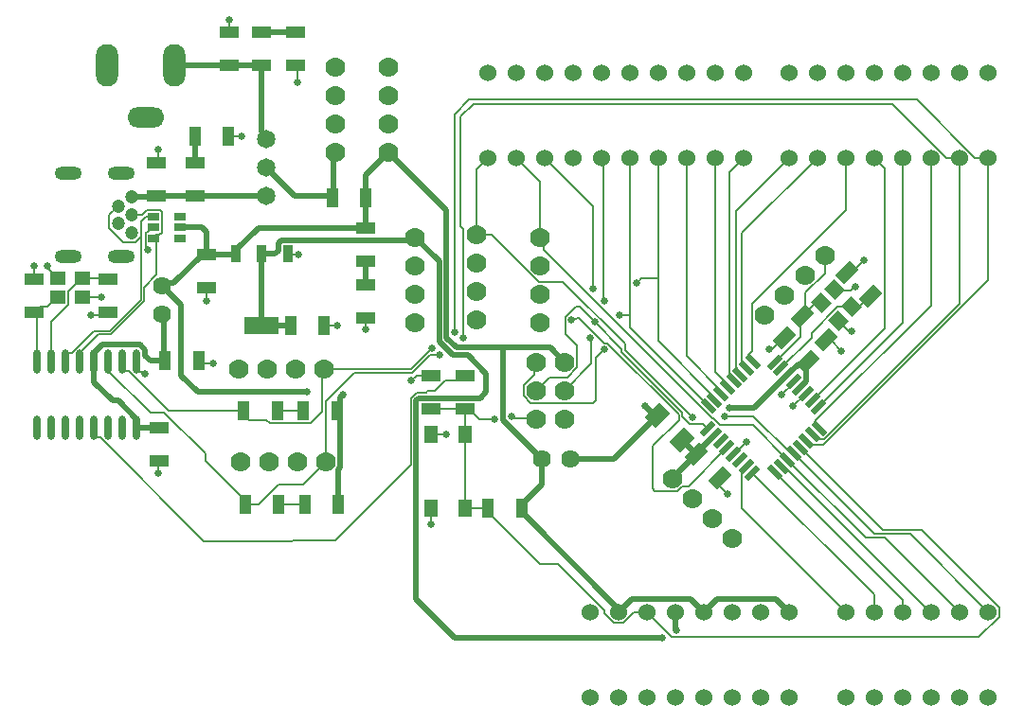
<source format=gtl>
G04*
G04 #@! TF.GenerationSoftware,Altium Limited,Altium Designer,21.1.1 (26)*
G04*
G04 Layer_Physical_Order=1*
G04 Layer_Color=255*
%FSLAX25Y25*%
%MOIN*%
G70*
G04*
G04 #@! TF.SameCoordinates,7D5D5EFA-C770-4444-A878-D417F12E0F6E*
G04*
G04*
G04 #@! TF.FilePolarity,Positive*
G04*
G01*
G75*
%ADD10C,0.00600*%
%ADD11C,0.02000*%
%ADD22R,0.07100X0.04400*%
%ADD23R,0.04724X0.05906*%
%ADD24R,0.04400X0.07100*%
G04:AMPARAMS|DCode=25|XSize=54mil|YSize=73mil|CornerRadius=0mil|HoleSize=0mil|Usage=FLASHONLY|Rotation=135.000|XOffset=0mil|YOffset=0mil|HoleType=Round|Shape=Rectangle|*
%AMROTATEDRECTD25*
4,1,4,0.04490,0.00672,-0.00672,-0.04490,-0.04490,-0.00672,0.00672,0.04490,0.04490,0.00672,0.0*
%
%ADD25ROTATEDRECTD25*%

G04:AMPARAMS|DCode=26|XSize=44mil|YSize=71mil|CornerRadius=0mil|HoleSize=0mil|Usage=FLASHONLY|Rotation=135.000|XOffset=0mil|YOffset=0mil|HoleType=Round|Shape=Rectangle|*
%AMROTATEDRECTD26*
4,1,4,0.04066,0.00955,-0.00955,-0.04066,-0.04066,-0.00955,0.00955,0.04066,0.04066,0.00955,0.0*
%
%ADD26ROTATEDRECTD26*%

G04:AMPARAMS|DCode=27|XSize=47.24mil|YSize=55.11mil|CornerRadius=0mil|HoleSize=0mil|Usage=FLASHONLY|Rotation=225.000|XOffset=0mil|YOffset=0mil|HoleType=Round|Shape=Rectangle|*
%AMROTATEDRECTD27*
4,1,4,-0.00278,0.03619,0.03619,-0.00278,0.00278,-0.03619,-0.03619,0.00278,-0.00278,0.03619,0.0*
%
%ADD27ROTATEDRECTD27*%

%ADD28R,0.03937X0.02756*%
%ADD29R,0.03300X0.06300*%
%ADD30R,0.12200X0.06300*%
%ADD31O,0.02400X0.08661*%
%ADD32R,0.05511X0.04724*%
G04:AMPARAMS|DCode=33|XSize=20mil|YSize=61.02mil|CornerRadius=0mil|HoleSize=0mil|Usage=FLASHONLY|Rotation=135.000|XOffset=0mil|YOffset=0mil|HoleType=Round|Shape=Rectangle|*
%AMROTATEDRECTD33*
4,1,4,0.02865,0.01450,-0.01450,-0.02865,-0.02865,-0.01450,0.01450,0.02865,0.02865,0.01450,0.0*
%
%ADD33ROTATEDRECTD33*%

G04:AMPARAMS|DCode=34|XSize=20mil|YSize=61.02mil|CornerRadius=0mil|HoleSize=0mil|Usage=FLASHONLY|Rotation=45.000|XOffset=0mil|YOffset=0mil|HoleType=Round|Shape=Rectangle|*
%AMROTATEDRECTD34*
4,1,4,0.01450,-0.02865,-0.02865,0.01450,-0.01450,0.02865,0.02865,-0.01450,0.01450,-0.02865,0.0*
%
%ADD34ROTATEDRECTD34*%

%ADD57C,0.07000*%
%ADD58C,0.06378*%
%ADD59C,0.06496*%
%ADD60O,0.12992X0.07087*%
%ADD61O,0.07874X0.14961*%
%ADD62C,0.06000*%
%ADD63O,0.09449X0.04724*%
%ADD64C,0.04724*%
%ADD65C,0.02500*%
D10*
X65800Y125000D02*
X70000D01*
X64800Y126000D02*
X65800Y125000D01*
X278283Y142627D02*
X281992Y146336D01*
X277328Y141672D02*
X278283Y142627D01*
X281992Y146336D02*
X283710D01*
X92400Y108500D02*
X101600D01*
X80600Y107150D02*
X82500Y105250D01*
X88627D01*
X80600Y107150D02*
Y108500D01*
X88627Y105250D02*
X89827Y104050D01*
X46582Y171538D02*
X46870D01*
X46055Y171011D02*
X46582Y171538D01*
X46055Y166459D02*
Y171011D01*
X48333Y173000D02*
X48923D01*
X46870Y171538D02*
X48333Y173000D01*
X46055Y166459D02*
X47000Y165514D01*
Y165000D02*
Y165514D01*
X45588Y151870D02*
X50000Y156283D01*
X48923Y169260D02*
X50000Y168183D01*
Y156283D02*
Y168183D01*
X248015Y81985D02*
Y84672D01*
Y81985D02*
X251000Y79000D01*
X248015Y84672D02*
X248172Y84828D01*
X158000Y134000D02*
Y172507D01*
X157000Y212000D02*
X161500Y216500D01*
X157000Y173507D02*
X158000Y172507D01*
X157000Y173507D02*
Y212000D01*
X154850Y212850D02*
X160000Y218000D01*
X154850Y136000D02*
Y212850D01*
X75500Y241900D02*
Y246000D01*
X45486Y121500D02*
X46000D01*
X43000Y123056D02*
Y125700D01*
Y123056D02*
X43832Y122225D01*
X44761D01*
X45486Y121500D01*
X109000Y138500D02*
X113500D01*
X123500Y137000D02*
Y141100D01*
X96100Y163600D02*
X96200Y163500D01*
X100000D01*
X75300Y205000D02*
X80000D01*
X24000Y148500D02*
X30500D01*
X27000Y142000D02*
X31900D01*
X33000Y143100D01*
X67500Y147000D02*
Y151700D01*
X146602Y100000D02*
X152000D01*
X146595Y99992D02*
X146602Y100000D01*
X139500Y119000D02*
X141400Y120900D01*
X146500D01*
X253176Y93176D02*
X257500Y97500D01*
X252939Y93176D02*
X253176D01*
X274000Y110000D02*
X278369Y114369D01*
X278516D01*
X274000Y110000D02*
X274000D01*
X274061Y118061D02*
Y118824D01*
X270000Y114000D02*
X274061Y118061D01*
X267020Y130364D02*
X270828Y134172D01*
X270828D01*
X265863Y130364D02*
X267020D01*
X265500Y130000D02*
X265863Y130364D01*
X285672Y133328D02*
X287172D01*
X291000Y129500D01*
X289835Y140211D02*
X293182Y136864D01*
X294137D01*
X294500Y136500D01*
X289835Y140211D02*
X289835D01*
X294672Y157172D02*
X299000Y161500D01*
X292828Y157172D02*
X294672D01*
X288721Y150789D02*
X294275D01*
X288443Y151068D02*
X288721Y150789D01*
X294275D02*
X295486Y152000D01*
X296000D01*
X146500Y68500D02*
Y73913D01*
X146595Y74008D01*
X50500Y86500D02*
Y90200D01*
X51000Y90700D01*
X7000Y154900D02*
Y159500D01*
X11500D02*
X11863Y159136D01*
X14945Y155193D02*
X15339D01*
X11863Y158274D02*
X14945Y155193D01*
X11863Y158274D02*
Y159136D01*
X50000Y195900D02*
X50500Y196400D01*
Y200500D01*
X99500Y224000D02*
Y229600D01*
X99000Y230100D02*
X99500Y229600D01*
X108300Y108177D02*
Y122300D01*
X89827Y104050D02*
X104173D01*
X108300Y108177D01*
Y122300D02*
X109000Y123000D01*
X119677Y121800D02*
X139997D01*
X109500Y111623D02*
X119677Y121800D01*
X109500Y90500D02*
Y111623D01*
X54100Y108500D02*
X80600D01*
X40100Y122500D02*
X54100Y108500D01*
X47726Y107843D02*
X52680D01*
X67061Y93461D01*
Y90889D02*
Y93461D01*
X204152Y139652D02*
X213668Y130135D01*
X198848Y144954D02*
X204152Y139652D01*
X206500Y197500D02*
X207137Y196863D01*
Y147363D02*
Y196863D01*
X186500Y197500D02*
X203500Y180500D01*
Y151500D02*
Y180500D01*
X207137Y147363D02*
X207500Y147000D01*
X192944Y153900D02*
X214868Y131975D01*
Y129632D02*
Y131975D01*
X184378Y153900D02*
X192944D01*
X202648Y134000D02*
X203000Y133649D01*
X202500Y134000D02*
X202648D01*
X203000Y125000D02*
Y133649D01*
X207390Y132150D02*
X208612D01*
X196000Y140500D02*
X196363Y140864D01*
X197623D01*
X197850Y141091D01*
X224500Y96000D02*
X233752Y105252D01*
X197850Y141091D02*
X198450D01*
X207390Y132150D01*
X208612D02*
X233752Y107011D01*
Y105252D02*
Y107011D01*
X193500Y115500D02*
X203000Y125000D01*
X186225Y165235D02*
Y168275D01*
X248353Y103350D02*
X259776D01*
X245853Y105851D02*
X248353Y103350D01*
X245609Y105851D02*
X245853D01*
X186225Y165235D02*
X245609Y105851D01*
X185000Y169500D02*
X186225Y168275D01*
X193850Y135559D02*
X197900Y131509D01*
X193850Y141391D02*
X197414Y144954D01*
X193850Y135559D02*
Y141391D01*
X197414Y144954D02*
X198848D01*
X197900Y123678D02*
Y131509D01*
X194424Y120201D02*
X197900Y123678D01*
X183098Y105902D02*
X183500Y105500D01*
X175129Y105902D02*
X183098D01*
X174765Y106265D02*
X175129Y105902D01*
X163450Y105500D02*
X169000D01*
X226500Y155000D02*
Y197500D01*
Y133090D02*
Y155000D01*
X219000Y153500D02*
X219040D01*
X220540Y155000D01*
X226500D01*
X216500Y142000D02*
Y197500D01*
X224500Y81000D02*
Y96000D01*
X213000Y142000D02*
X216500D01*
X213668Y129135D02*
Y130135D01*
X214868Y129632D02*
X238500Y106000D01*
X213668Y129135D02*
X234951Y107852D01*
X185000Y169500D02*
Y189000D01*
X272005Y91121D02*
X272005D01*
X259776Y103350D02*
X272005Y91121D01*
X272005D02*
X272005D01*
X204500Y112000D02*
Y127000D01*
X207500Y130000D01*
X203600Y111100D02*
X204500Y112000D01*
X216500Y137716D02*
Y142000D01*
X226500Y133090D02*
X246358Y113233D01*
X181677Y111100D02*
X203600D01*
X179100Y113678D02*
X181677Y111100D01*
X179100Y113678D02*
Y117323D01*
X182878Y121100D02*
Y124878D01*
X179100Y117323D02*
X182878Y121100D01*
Y124878D02*
X183500Y125500D01*
X188201Y120201D02*
X194424D01*
X183500Y115500D02*
X188201Y120201D01*
X234951Y106508D02*
Y107852D01*
Y106508D02*
X237614Y103845D01*
X242270D01*
X244029Y102086D02*
X244029D01*
X242270Y103845D02*
X244029Y102086D01*
X139997Y121800D02*
X146197Y128000D01*
X149500D01*
X139500Y123000D02*
X147000Y130500D01*
X109000Y123000D02*
X139500D01*
X161500Y216500D02*
X309015D01*
X328015Y197500D01*
X332500D01*
X317515Y218000D02*
X338015Y197500D01*
X160000Y218000D02*
X317515D01*
X97500Y62500D02*
X97750Y62750D01*
X112750D01*
X30100Y99099D02*
X66699Y62500D01*
X97500D01*
X139450Y89450D02*
Y112750D01*
X112750Y62750D02*
X139450Y89450D01*
X144800Y114800D02*
X145336Y115336D01*
X141500Y114800D02*
X144800D01*
X139450Y112750D02*
X141500Y114800D01*
X145336Y115336D02*
X147959D01*
X151623Y119000D02*
X156600D01*
X147959Y115336D02*
X151623Y119000D01*
X338015Y197500D02*
X342500D01*
X159850Y109100D02*
X163450Y105500D01*
X158500Y109100D02*
X159850D01*
X281993Y96266D02*
X284435D01*
X342500Y154331D02*
Y197500D01*
X284930Y98458D02*
X332500Y146028D01*
X284185Y98458D02*
X284930D01*
X284062Y98580D02*
X284185Y98458D01*
X282365Y98580D02*
X284062D01*
X332500Y146028D02*
Y197500D01*
X280915Y100030D02*
X282365Y98580D01*
X284435Y96266D02*
X342500Y154331D01*
X281657Y104663D02*
X322500Y145506D01*
Y197500D01*
X282970Y109914D02*
X312500Y139444D01*
Y197500D01*
X282970Y109914D02*
Y109914D01*
X280779Y112106D02*
Y112106D01*
X306138Y137466D02*
Y193862D01*
X280779Y112106D02*
X306138Y137466D01*
X281941Y96317D02*
X281993Y96266D01*
X280102Y96317D02*
X281941D01*
X278652Y97768D02*
X280102Y96317D01*
X231150Y28850D02*
X339365D01*
X222500Y37500D02*
X231150Y28850D01*
X339365D02*
X346400Y35885D01*
X38000Y123331D02*
X38831Y122500D01*
X38000Y123331D02*
Y125700D01*
X38831Y122500D02*
X40100D01*
X33000Y122569D02*
X47726Y107843D01*
X85877Y75500D02*
X92765Y82388D01*
X81100Y75500D02*
X85877D01*
X92765Y82388D02*
X101388D01*
X109500Y90500D01*
X92900Y75500D02*
X102100D01*
X33000Y122569D02*
Y125700D01*
X81100Y75500D02*
Y76850D01*
X67061Y90889D02*
X81100Y76850D01*
X158405Y74008D02*
X166592D01*
Y72658D02*
Y74008D01*
Y72658D02*
X184867Y54383D01*
X191133D01*
X207500Y38015D01*
Y36985D02*
Y38015D01*
Y36985D02*
X210885Y33600D01*
X214115D01*
X218015Y37500D01*
X222500D01*
X146500Y109100D02*
X158500D01*
X156600Y119000D02*
X158500Y120900D01*
X225815Y106513D02*
X226151Y106849D01*
X250000Y106500D02*
X260020D01*
X273207Y93313D01*
X346400Y35885D02*
Y39115D01*
X319143Y66373D02*
X346400Y39115D01*
X305663Y66373D02*
X319143D01*
X276460Y95575D02*
X305663Y66373D01*
X276460Y95575D02*
X276460D01*
X255821Y74179D02*
X292500Y37500D01*
X306250Y63750D02*
X332500Y37500D01*
X299376Y63750D02*
X306250D01*
X302560Y64950D02*
X315050D01*
X342500Y37500D01*
X272005Y91121D02*
X299376Y63750D01*
X274197Y93313D02*
X302560Y64950D01*
X225329Y80171D02*
X233252D01*
X224500Y81000D02*
X225329Y80171D01*
X234980Y81900D02*
X237137D01*
X250676Y95439D01*
X250676D01*
X233252Y80171D02*
X234980Y81900D01*
X273207Y93313D02*
X274197D01*
X216500Y137716D02*
X244166Y110051D01*
Y110051D02*
Y110051D01*
X162500Y170500D02*
X167778D01*
X184378Y153900D01*
X162500Y193500D02*
X166500Y197500D01*
X162500Y170500D02*
Y193500D01*
X176500Y197500D02*
X185000Y189000D01*
X28831Y99099D02*
X30100D01*
X28000Y99931D02*
X28831Y99099D01*
X28000Y99931D02*
Y102300D01*
X158405Y99992D02*
Y109005D01*
Y74008D02*
Y99992D01*
Y109005D02*
X158500Y109100D01*
X236500Y127616D02*
X248621Y115495D01*
X246500Y122000D02*
Y197500D01*
X246358Y112243D02*
Y113233D01*
X248621Y114505D02*
Y115495D01*
X236500Y127616D02*
Y197500D01*
X246500Y122000D02*
X250813Y117687D01*
Y116697D02*
Y117687D01*
X251503Y121523D02*
Y192503D01*
X256500Y197500D01*
X253076Y118960D02*
Y119950D01*
X251503Y121523D02*
X253076Y119950D01*
X253766Y123644D02*
Y178766D01*
X272500Y197500D01*
X255268Y121152D02*
Y122142D01*
X253766Y123644D02*
X255268Y122142D01*
X255958Y170958D02*
X282500Y197500D01*
X255958Y125977D02*
Y170958D01*
X257530Y123415D02*
Y124405D01*
X255958Y125977D02*
X257530Y124405D01*
X292500Y179157D02*
Y197500D01*
X259529Y146186D02*
X292500Y179157D01*
X259529Y129304D02*
Y146186D01*
X258272Y128047D02*
X259529Y129304D01*
X258272Y127057D02*
Y128047D01*
Y127057D02*
X259722Y125607D01*
X281657Y103673D02*
X283107Y102222D01*
X281657Y103673D02*
Y104663D01*
X302500Y197500D02*
X306138Y193862D01*
X255821Y85452D02*
X255943Y85574D01*
X255821Y74179D02*
Y85452D01*
X255943Y87271D02*
X257394Y88722D01*
X255943Y85574D02*
Y87271D01*
X259586Y86529D02*
X302500Y43615D01*
Y37500D02*
Y43615D01*
X259586Y86529D02*
Y86529D01*
X312500Y37500D02*
Y41717D01*
X267551Y86666D02*
Y86666D01*
Y86666D02*
X312500Y41717D01*
X270732Y88858D02*
X322091Y37500D01*
X322500D01*
X269743Y88858D02*
X270732D01*
X29490Y135320D02*
X33940D01*
X44388Y147465D02*
Y169771D01*
X18832Y128901D02*
X20100D01*
X18000Y125700D02*
Y128069D01*
X18832Y128901D01*
X45588Y146968D02*
Y151870D01*
X27720Y136520D02*
X33443D01*
X44388Y147465D01*
X33940Y135320D02*
X45588Y146968D01*
X20100Y128901D02*
X27720Y136520D01*
X23000Y128831D02*
X29490Y135320D01*
X23000Y125700D02*
Y128831D01*
X8900Y145000D02*
X11445D01*
X7000Y143100D02*
X8900Y145000D01*
X14944Y148500D02*
X15338D01*
X11445Y145000D02*
X14944Y148500D01*
X8000Y125700D02*
Y142100D01*
X7000Y143100D02*
X8000Y142100D01*
X32707Y155193D02*
X33000Y154900D01*
X24000Y155193D02*
X32707D01*
X18993Y145765D02*
Y150580D01*
X23607Y155193D01*
X24000D01*
X13000Y125700D02*
Y139772D01*
X18993Y145765D01*
X41125Y177421D02*
X44985D01*
X44388Y175073D02*
X46055Y176740D01*
X33124Y172921D02*
Y177309D01*
X42477Y167860D02*
X44388Y169771D01*
X33124Y177309D02*
X36386Y180571D01*
X44388Y169771D02*
Y175073D01*
X46055Y176740D02*
X48923D01*
X44985Y177421D02*
X46582Y179018D01*
X51265D02*
X51792Y178491D01*
X50001Y170338D02*
X50880D01*
X46582Y179018D02*
X51265D01*
X33124Y172921D02*
X38185Y167860D01*
X42477D01*
X51792Y171249D02*
Y178491D01*
X50880Y170338D02*
X51792Y171249D01*
X48923Y169260D02*
X50001Y170338D01*
X278283Y142627D02*
Y149932D01*
X285142Y156792D01*
Y163142D01*
X294567Y144943D02*
X297287D01*
X301172Y148828D01*
X280368Y134040D02*
Y135913D01*
X289676Y145221D01*
X269606Y123278D02*
Y123278D01*
X280368Y134040D01*
X289676Y145221D02*
X294289D01*
X294567Y144943D01*
X267414Y125470D02*
Y125470D01*
X276374Y134430D01*
Y140717D01*
X277328Y141672D01*
D11*
X63500Y184000D02*
X88500D01*
X152000Y134000D02*
X155400Y130600D01*
X131500Y199500D02*
X152000Y179000D01*
Y134000D02*
Y179000D01*
X114600Y109700D02*
Y112965D01*
X115500Y113865D02*
Y114000D01*
X113400Y108500D02*
X114600Y109700D01*
Y112965D02*
X115500Y113865D01*
X64500Y115000D02*
X103000D01*
X58669Y120831D02*
X64500Y115000D01*
X58669Y120831D02*
Y145831D01*
X52000Y152500D02*
X58669Y145831D01*
X52000Y142500D02*
X52500Y142000D01*
Y126500D02*
Y142000D01*
Y126500D02*
X53000Y126000D01*
X47800D02*
X53000D01*
X45980Y127820D02*
X47800Y126000D01*
X171900Y105100D02*
Y130600D01*
Y105100D02*
X185500Y91500D01*
X171900Y130600D02*
X188400D01*
X155400D02*
X171900D01*
X188400D02*
X193500Y125500D01*
X114600Y88388D02*
Y107300D01*
X113400Y108500D02*
X114600Y107300D01*
X113900Y87687D02*
X114600Y88388D01*
X113900Y75500D02*
Y87687D01*
X163900Y112900D02*
X166000Y115000D01*
X142287Y112900D02*
X163900D01*
X141350Y108663D02*
Y111963D01*
X142287Y112900D01*
X141350Y42150D02*
Y108663D01*
X149400Y132923D02*
Y161100D01*
Y132923D02*
X154323Y128000D01*
X159413D01*
X166000Y121413D01*
X141000Y169500D02*
X149400Y161100D01*
X178400Y72650D02*
X212500Y38550D01*
X178400Y72650D02*
Y74000D01*
X212500Y37500D02*
Y38550D01*
X155000Y28500D02*
X228000D01*
X233000Y31000D02*
Y31135D01*
X232500Y31635D02*
Y37500D01*
Y31635D02*
X233000Y31135D01*
X267900Y42100D02*
X272500Y37500D01*
X247100Y42100D02*
X267900D01*
X242500Y37500D02*
X247100Y42100D01*
X237900D02*
X242500Y37500D01*
X217100Y42100D02*
X237900D01*
X212500Y37500D02*
X217100Y42100D01*
X141350Y42150D02*
X155000Y28500D01*
X166000Y115000D02*
Y121413D01*
X225151Y106849D02*
X226151D01*
X210803Y91500D02*
X225815Y106513D01*
X195500Y91500D02*
X210803D01*
X251500Y109500D02*
X260353D01*
X271869Y121016D01*
X275727Y124873D01*
X222000Y110000D02*
X225151Y106849D01*
X278217Y124873D02*
X278217Y124873D01*
Y123176D02*
Y124873D01*
X279172Y125828D01*
X276324Y116561D02*
X278526Y118763D01*
Y122868D01*
X278217Y123176D02*
X278526Y122868D01*
X275727Y124873D02*
X278217D01*
X185500Y82450D02*
Y91500D01*
X178400Y75350D02*
X185500Y82450D01*
X178400Y74000D02*
Y75350D01*
X239828Y93071D02*
Y93172D01*
X231429Y84571D02*
Y84672D01*
X239828Y93071D01*
X139647Y169500D02*
X141000D01*
X93787Y168350D02*
X138497D01*
X139647Y169500D01*
X92850Y164800D02*
Y167413D01*
X93787Y168350D01*
X123500Y152900D02*
Y161100D01*
Y172900D02*
Y183500D01*
X85700Y172900D02*
X123500D01*
Y183500D02*
Y191500D01*
X91650Y163600D02*
X92850Y164800D01*
X87000Y163600D02*
X91650D01*
X123500Y191500D02*
X131500Y199500D01*
X239828Y93500D02*
X246221Y99894D01*
X239828Y93172D02*
Y93500D01*
X234849Y98151D02*
X239828Y93172D01*
X77900Y163600D02*
Y165100D01*
X85700Y172900D01*
X28000Y118369D02*
Y128723D01*
X30908Y131631D02*
X44160D01*
X28000Y128723D02*
X30908Y131631D01*
X44160D02*
X45980Y129811D01*
Y127820D02*
Y129811D01*
X43000Y102315D02*
Y105431D01*
Y102300D02*
Y102315D01*
X28000Y118369D02*
X34431Y111938D01*
X36492D02*
X43000Y105431D01*
X34431Y111938D02*
X36492D01*
X43000Y102315D02*
X43185Y102500D01*
X51000D01*
X52000Y152500D02*
X52838Y153338D01*
X66150Y163500D02*
X67500D01*
X55988Y153338D02*
X66150Y163500D01*
X52838Y153338D02*
X55988D01*
X58224Y173000D02*
X65828D01*
X67500Y171328D01*
Y163500D02*
Y171328D01*
X41315Y183910D02*
X49810D01*
X50000Y184100D01*
X41125Y183721D02*
X41315Y183910D01*
X50050Y184050D02*
X63450D01*
X63500Y184000D01*
X50000Y184100D02*
X50050Y184050D01*
X87000Y138400D02*
Y163600D01*
X77800Y163500D02*
X77900Y163600D01*
X67500Y163500D02*
X77800D01*
X97100Y138400D02*
X97200Y138500D01*
X87000Y138400D02*
X97100D01*
X111700Y183500D02*
X112350Y184150D01*
Y198850D01*
X113000Y199500D01*
X111500Y183500D02*
X111700D01*
X98500Y184000D02*
X109600D01*
X88500Y194000D02*
X98500Y184000D01*
X87000Y206717D02*
Y230100D01*
Y206717D02*
X88500Y205217D01*
Y204000D02*
Y205217D01*
X63500Y195800D02*
Y205000D01*
X87000Y241900D02*
X99000D01*
X75500Y230100D02*
X87000D01*
X56122Y230000D02*
X56222Y230100D01*
X75500D01*
D22*
X87000D02*
D03*
Y241900D02*
D03*
X63500Y184000D02*
D03*
Y195800D02*
D03*
X158500Y120900D02*
D03*
Y109100D02*
D03*
X146500D02*
D03*
Y120900D02*
D03*
X33000Y154900D02*
D03*
Y143100D02*
D03*
X7000Y154900D02*
D03*
Y143100D02*
D03*
X99000Y230100D02*
D03*
Y241900D02*
D03*
X123500Y141100D02*
D03*
Y152900D02*
D03*
Y172900D02*
D03*
Y161100D02*
D03*
X51000Y102500D02*
D03*
Y90700D02*
D03*
X67500Y163500D02*
D03*
Y151700D02*
D03*
X75500Y230100D02*
D03*
Y241900D02*
D03*
X50000Y195900D02*
D03*
Y184100D02*
D03*
D23*
X158405Y99992D02*
D03*
X146595Y74008D02*
D03*
X158405D02*
D03*
X146595Y99992D02*
D03*
D24*
X113900Y75500D02*
D03*
X102100D02*
D03*
X113400Y108500D02*
D03*
X101600D02*
D03*
X166600Y74000D02*
D03*
X178400D02*
D03*
X92400Y108500D02*
D03*
X80600D02*
D03*
X92900Y75500D02*
D03*
X81100D02*
D03*
X111700Y183500D02*
D03*
X123500D02*
D03*
X75300Y205000D02*
D03*
X63500D02*
D03*
X53000Y126000D02*
D03*
X64800D02*
D03*
X97200Y138500D02*
D03*
X109000D02*
D03*
D25*
X234849Y98151D02*
D03*
X226151Y106849D02*
D03*
D26*
X239828Y93172D02*
D03*
X248172Y84828D02*
D03*
X292828Y157172D02*
D03*
X301172Y148828D02*
D03*
X285672Y133328D02*
D03*
X277328Y141672D02*
D03*
X279172Y125828D02*
D03*
X270828Y134172D02*
D03*
D27*
X294567Y144943D02*
D03*
X288443Y151068D02*
D03*
X289835Y140211D02*
D03*
X283710Y146336D02*
D03*
D28*
X58224Y176740D02*
D03*
Y173000D02*
D03*
Y169260D02*
D03*
X48923D02*
D03*
Y173000D02*
D03*
Y176740D02*
D03*
D29*
X77900Y163600D02*
D03*
X87000D02*
D03*
X96100D02*
D03*
D30*
X87000Y138400D02*
D03*
D31*
X43000Y125700D02*
D03*
X38000D02*
D03*
X33000D02*
D03*
X28000D02*
D03*
X23000D02*
D03*
X18000D02*
D03*
X13000D02*
D03*
X8000D02*
D03*
Y102300D02*
D03*
X13000D02*
D03*
X18000D02*
D03*
X23000D02*
D03*
X28000D02*
D03*
X33000D02*
D03*
X38000D02*
D03*
X43000D02*
D03*
D32*
X24000Y155193D02*
D03*
X15339D02*
D03*
X24000Y148500D02*
D03*
X15338D02*
D03*
D33*
X282970Y109914D02*
D03*
X280779Y112106D02*
D03*
X278516Y114369D02*
D03*
X276324Y116561D02*
D03*
X274061Y118824D02*
D03*
X271869Y121016D02*
D03*
X269606Y123278D02*
D03*
X267414Y125470D02*
D03*
X244029Y102086D02*
D03*
X246221Y99894D02*
D03*
X248484Y97631D02*
D03*
X250676Y95439D02*
D03*
X252939Y93176D02*
D03*
X255131Y90984D02*
D03*
X257394Y88722D02*
D03*
X259586Y86529D02*
D03*
D34*
X259722Y125607D02*
D03*
X257530Y123415D02*
D03*
X255268Y121152D02*
D03*
X253076Y118960D02*
D03*
X250813Y116697D02*
D03*
X248621Y114505D02*
D03*
X246358Y112243D02*
D03*
X244166Y110051D02*
D03*
X267551Y86666D02*
D03*
X269743Y88858D02*
D03*
X272005Y91121D02*
D03*
X274197Y93313D02*
D03*
X276460Y95575D02*
D03*
X278652Y97768D02*
D03*
X280915Y100030D02*
D03*
X283107Y102222D02*
D03*
D57*
X245571Y70429D02*
D03*
X252642Y63358D02*
D03*
X231429Y84571D02*
D03*
X238500Y77500D02*
D03*
X271000Y149000D02*
D03*
X263929Y141929D02*
D03*
X285142Y163142D02*
D03*
X278071Y156071D02*
D03*
X141000Y149500D02*
D03*
Y139500D02*
D03*
Y169500D02*
D03*
Y159500D02*
D03*
X131500Y219500D02*
D03*
Y229500D02*
D03*
Y199500D02*
D03*
Y209500D02*
D03*
X113000Y219500D02*
D03*
Y229500D02*
D03*
Y199500D02*
D03*
Y209500D02*
D03*
X183500Y125500D02*
D03*
X193500D02*
D03*
X183500Y115500D02*
D03*
X193500D02*
D03*
X183500Y105500D02*
D03*
X193500D02*
D03*
X89000Y123000D02*
D03*
X79000D02*
D03*
X109000D02*
D03*
X99000D02*
D03*
X89500Y90500D02*
D03*
X79500D02*
D03*
X109500D02*
D03*
X99500D02*
D03*
X185000Y149500D02*
D03*
Y139500D02*
D03*
Y169500D02*
D03*
Y159500D02*
D03*
X162500Y150500D02*
D03*
Y140500D02*
D03*
Y170500D02*
D03*
Y160500D02*
D03*
D58*
X52000Y142500D02*
D03*
Y152500D02*
D03*
X195500Y91500D02*
D03*
X185500D02*
D03*
D59*
X88500Y204000D02*
D03*
Y194000D02*
D03*
Y184000D02*
D03*
D60*
X46279Y211693D02*
D03*
D61*
X32500Y230000D02*
D03*
X56122D02*
D03*
D62*
X256500Y227500D02*
D03*
X246500D02*
D03*
X236500D02*
D03*
X226500D02*
D03*
X216500D02*
D03*
X206500D02*
D03*
X196500D02*
D03*
X186500D02*
D03*
X176500D02*
D03*
X166500D02*
D03*
X202500Y7500D02*
D03*
X212500D02*
D03*
X222500D02*
D03*
X232500D02*
D03*
X242500D02*
D03*
X252500D02*
D03*
X262500D02*
D03*
X272500D02*
D03*
X292500D02*
D03*
X302500D02*
D03*
X312500D02*
D03*
X322500D02*
D03*
X342500D02*
D03*
X332500D02*
D03*
X256500Y197500D02*
D03*
X246500D02*
D03*
X236500D02*
D03*
X226500D02*
D03*
X216500D02*
D03*
X206500D02*
D03*
X196500D02*
D03*
X186500D02*
D03*
X176500D02*
D03*
X166500D02*
D03*
X292500Y37500D02*
D03*
X302500D02*
D03*
X312500D02*
D03*
X322500D02*
D03*
X332500D02*
D03*
X342500D02*
D03*
Y197500D02*
D03*
X332500D02*
D03*
X322500D02*
D03*
X312500D02*
D03*
X302500D02*
D03*
X292500D02*
D03*
X282500D02*
D03*
X272500D02*
D03*
Y227500D02*
D03*
X282500D02*
D03*
X292500D02*
D03*
X302500D02*
D03*
X312500D02*
D03*
X322500D02*
D03*
X332500D02*
D03*
X342500D02*
D03*
X202500Y37500D02*
D03*
X212500D02*
D03*
X222500D02*
D03*
X232500D02*
D03*
X242500D02*
D03*
X252500D02*
D03*
X262500D02*
D03*
X272500D02*
D03*
D63*
X18875Y192146D02*
D03*
X37575D02*
D03*
Y162855D02*
D03*
X18875D02*
D03*
D64*
X41125Y171123D02*
D03*
Y177421D02*
D03*
X36386Y174273D02*
D03*
Y180571D02*
D03*
X41125Y183721D02*
D03*
D65*
X158000Y134000D02*
D03*
X70000Y125000D02*
D03*
X47000Y165000D02*
D03*
X154850Y136000D02*
D03*
X152000Y100000D02*
D03*
X139500Y119000D02*
D03*
X274000Y110000D02*
D03*
X270000Y114000D02*
D03*
X296000Y152000D02*
D03*
X299000Y161500D02*
D03*
X265500Y130000D02*
D03*
X291000Y129500D02*
D03*
X294500Y136500D02*
D03*
X7000Y159500D02*
D03*
X115500Y114000D02*
D03*
X103000Y115000D02*
D03*
X75500Y246000D02*
D03*
X99500Y224000D02*
D03*
X257500Y97500D02*
D03*
X251000Y79000D02*
D03*
X146500Y68500D02*
D03*
X50500Y86500D02*
D03*
X46000Y121500D02*
D03*
X27000Y142000D02*
D03*
X30500Y148500D02*
D03*
X11500Y159500D02*
D03*
X50500Y200500D02*
D03*
X80000Y205000D02*
D03*
X100000Y163500D02*
D03*
X123500Y137000D02*
D03*
X113500Y138500D02*
D03*
X67500Y147000D02*
D03*
X207500D02*
D03*
X204152Y139652D02*
D03*
X202500Y134000D02*
D03*
X196000Y140500D02*
D03*
X203500Y151500D02*
D03*
X174765Y106265D02*
D03*
X169000Y105500D02*
D03*
X219000Y153500D02*
D03*
X213000Y142000D02*
D03*
X207500Y130000D02*
D03*
X238500Y106000D02*
D03*
X149500Y128000D02*
D03*
X147000Y130500D02*
D03*
X228000Y28500D02*
D03*
X233000Y31000D02*
D03*
X251500Y109500D02*
D03*
X250000Y106500D02*
D03*
X222000Y110000D02*
D03*
M02*

</source>
